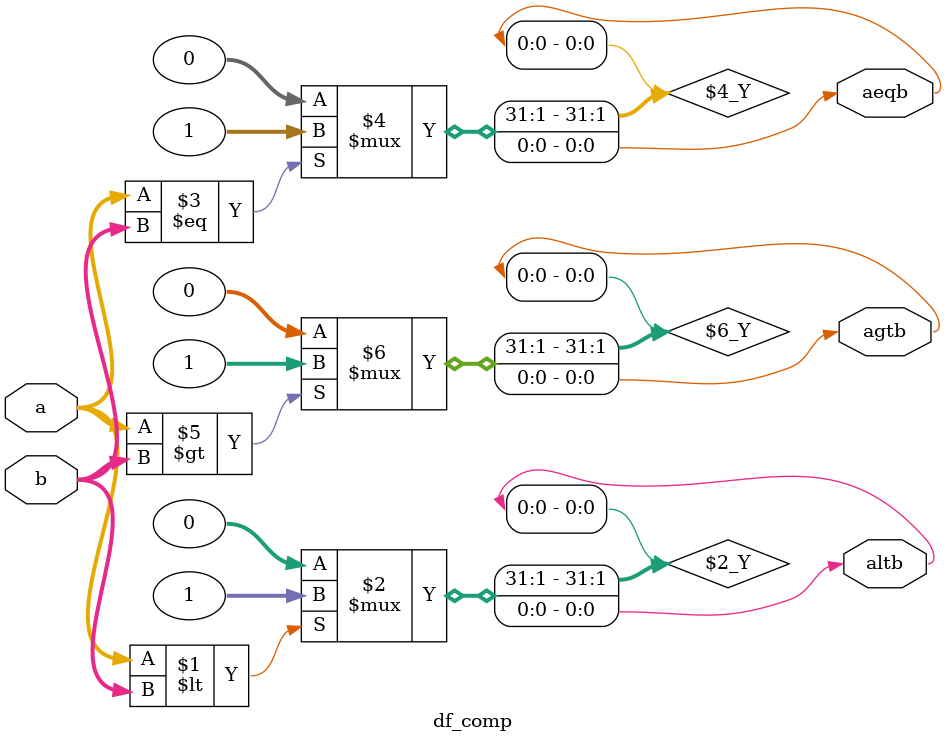
<source format=v>
`timescale 1ns / 1ps

module df_comp(a,b,altb,agtb,aeqb);

input[3:0] a,b;
output altb,agtb,aeqb;

assign altb=(a<b)?1:0;
assign aeqb=(a==b)?1:0;
assign agtb=(a>b)?1:0;


endmodule
</source>
